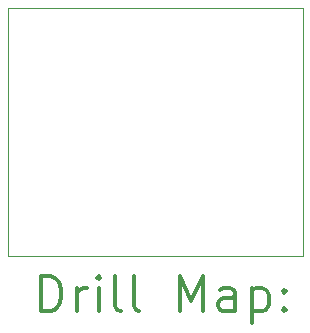
<source format=gbr>
%FSLAX45Y45*%
G04 Gerber Fmt 4.5, Leading zero omitted, Abs format (unit mm)*
G04 Created by KiCad (PCBNEW 5.1.6-c6e7f7d~87~ubuntu20.04.1) date 2020-10-09 15:59:30*
%MOMM*%
%LPD*%
G01*
G04 APERTURE LIST*
%TA.AperFunction,Profile*%
%ADD10C,0.050000*%
%TD*%
%ADD11C,0.200000*%
%ADD12C,0.300000*%
G04 APERTURE END LIST*
D10*
X7300000Y-17300000D02*
X7300000Y-15200000D01*
X9800000Y-17300000D02*
X7300000Y-17300000D01*
X9800000Y-15200000D02*
X9800000Y-17300000D01*
X7300000Y-15200000D02*
X9800000Y-15200000D01*
D11*
D12*
X7583928Y-17768214D02*
X7583928Y-17468214D01*
X7655357Y-17468214D01*
X7698214Y-17482500D01*
X7726786Y-17511072D01*
X7741071Y-17539643D01*
X7755357Y-17596786D01*
X7755357Y-17639643D01*
X7741071Y-17696786D01*
X7726786Y-17725357D01*
X7698214Y-17753929D01*
X7655357Y-17768214D01*
X7583928Y-17768214D01*
X7883928Y-17768214D02*
X7883928Y-17568214D01*
X7883928Y-17625357D02*
X7898214Y-17596786D01*
X7912500Y-17582500D01*
X7941071Y-17568214D01*
X7969643Y-17568214D01*
X8069643Y-17768214D02*
X8069643Y-17568214D01*
X8069643Y-17468214D02*
X8055357Y-17482500D01*
X8069643Y-17496786D01*
X8083928Y-17482500D01*
X8069643Y-17468214D01*
X8069643Y-17496786D01*
X8255357Y-17768214D02*
X8226786Y-17753929D01*
X8212500Y-17725357D01*
X8212500Y-17468214D01*
X8412500Y-17768214D02*
X8383928Y-17753929D01*
X8369643Y-17725357D01*
X8369643Y-17468214D01*
X8755357Y-17768214D02*
X8755357Y-17468214D01*
X8855357Y-17682500D01*
X8955357Y-17468214D01*
X8955357Y-17768214D01*
X9226786Y-17768214D02*
X9226786Y-17611072D01*
X9212500Y-17582500D01*
X9183928Y-17568214D01*
X9126786Y-17568214D01*
X9098214Y-17582500D01*
X9226786Y-17753929D02*
X9198214Y-17768214D01*
X9126786Y-17768214D01*
X9098214Y-17753929D01*
X9083928Y-17725357D01*
X9083928Y-17696786D01*
X9098214Y-17668214D01*
X9126786Y-17653929D01*
X9198214Y-17653929D01*
X9226786Y-17639643D01*
X9369643Y-17568214D02*
X9369643Y-17868214D01*
X9369643Y-17582500D02*
X9398214Y-17568214D01*
X9455357Y-17568214D01*
X9483928Y-17582500D01*
X9498214Y-17596786D01*
X9512500Y-17625357D01*
X9512500Y-17711072D01*
X9498214Y-17739643D01*
X9483928Y-17753929D01*
X9455357Y-17768214D01*
X9398214Y-17768214D01*
X9369643Y-17753929D01*
X9641071Y-17739643D02*
X9655357Y-17753929D01*
X9641071Y-17768214D01*
X9626786Y-17753929D01*
X9641071Y-17739643D01*
X9641071Y-17768214D01*
X9641071Y-17582500D02*
X9655357Y-17596786D01*
X9641071Y-17611072D01*
X9626786Y-17596786D01*
X9641071Y-17582500D01*
X9641071Y-17611072D01*
M02*

</source>
